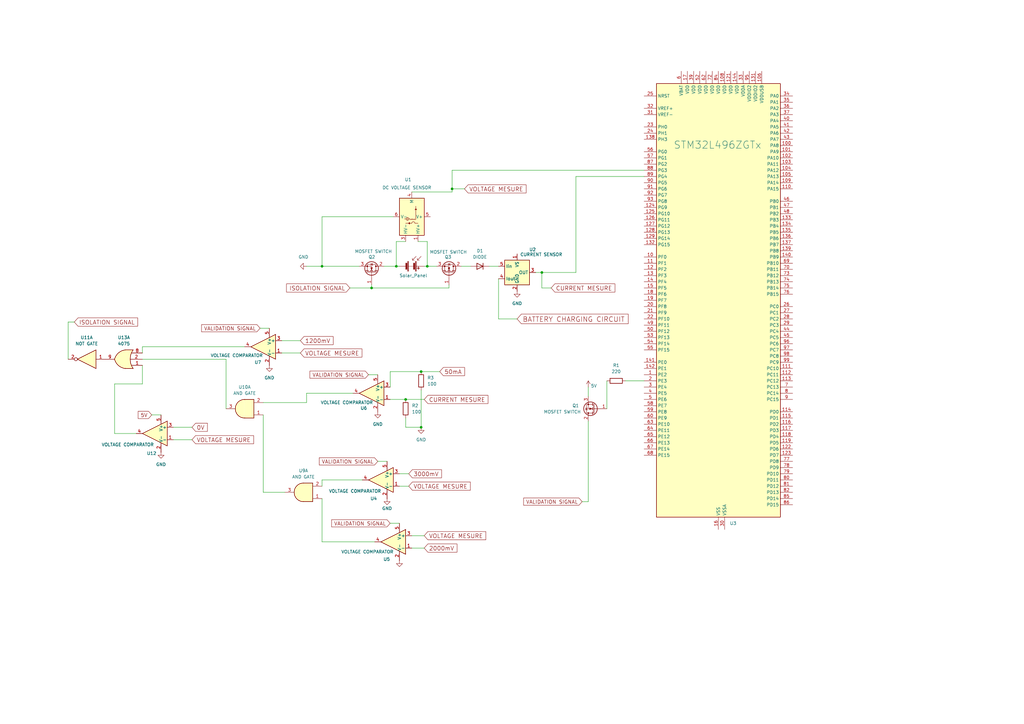
<source format=kicad_sch>
(kicad_sch (version 20250114) (generator "eeschema") (generator_version "9.0")
  (paper "A3")
  (lib_symbols
    (symbol "4xxx:4075" (pin_names (offset 1.016))
      (property "Reference" "U" (at 0 1.27 0))
      (property "Value" "4075" (at 0 -1.27 0))
      (symbol "4075_1_1"
        (arc (start -3.81 3.81) (mid -2.589 0) (end -3.81 -3.81) (stroke (width 0.254)))
        (polyline (pts (xy -3.81 3.81) (xy -0.635 3.81)) (stroke (width 0.254)) (fill (type background)))
        (polyline (pts (xy -3.81 -3.81) (xy -0.635 -3.81)) (stroke (width 0.254)) (fill (type background)))
        (arc (start 3.81 0) (mid 2.1855 -2.584) (end -0.6096 -3.81) (stroke (width 0.254)) (fill (type background)))
        (arc (start -0.6096 3.81) (mid 2.1928 2.5924) (end 3.81 0) (stroke (width 0.254)) (fill (type background)))
        (polyline (pts (xy -0.635 3.81) (xy -3.81 3.81) (xy -3.81 3.81) (xy -3.556 3.4036) (xy -3.0226 2.2606) (xy -2.6924 1.0414) (xy -2.6162 -0.254) (xy -2.7686 -1.4986) (xy -3.175 -2.7178) (xy -3.81 -3.81) (xy -3.81 -3.81) (xy -0.635 -3.81)) (stroke (width -25.4)) (fill (type background)))
        (pin input line (at -7.62 2.54 0) (length 4.318) (name "~") (number "1"))
        (pin input line (at -7.62 0 0) (length 4.953) (name "~") (number "2"))
        (pin input line (at -7.62 -2.54 0) (length 4.318) (name "~") (number "8"))
        (pin output line (at 7.62 0 180) (length 3.81) (name "~") (number "9"))
      )
      (symbol "4075_1_2"
        (arc (start 0 3.81) (mid 3.7934 0) (end 0 -3.81) (stroke (width 0.254)) (fill (type background)))
        (polyline (pts (xy 0 3.81) (xy -3.81 3.81) (xy -3.81 -3.81) (xy 0 -3.81)) (stroke (width 0.254)) (fill (type background)))
        (pin input inverted (at -7.62 2.54 0) (length 3.81) (name "~") (number "1"))
        (pin input inverted (at -7.62 0 0) (length 3.81) (name "~") (number "2"))
        (pin input inverted (at -7.62 -2.54 0) (length 3.81) (name "~") (number "8"))
        (pin output inverted (at 7.62 0 180) (length 3.81) (name "~") (number "9"))
      )
      (symbol "4075_2_1"
        (arc (start -3.81 3.81) (mid -2.589 0) (end -3.81 -3.81) (stroke (width 0.254)))
        (polyline (pts (xy -3.81 3.81) (xy -0.635 3.81)) (stroke (width 0.254)) (fill (type background)))
        (polyline (pts (xy -3.81 -3.81) (xy -0.635 -3.81)) (stroke (width 0.254)) (fill (type background)))
        (arc (start 3.81 0) (mid 2.1855 -2.584) (end -0.6096 -3.81) (stroke (width 0.254)) (fill (type background)))
        (arc (start -0.6096 3.81) (mid 2.1928 2.5924) (end 3.81 0) (stroke (width 0.254)) (fill (type background)))
        (polyline (pts (xy -0.635 3.81) (xy -3.81 3.81) (xy -3.81 3.81) (xy -3.556 3.4036) (xy -3.0226 2.2606) (xy -2.6924 1.0414) (xy -2.6162 -0.254) (xy -2.7686 -1.4986) (xy -3.175 -2.7178) (xy -3.81 -3.81) (xy -3.81 -3.81) (xy -0.635 -3.81)) (stroke (width -25.4)) (fill (type background)))
        (pin input line (at -7.62 2.54 0) (length 4.318) (name "~") (number "3"))
        (pin input line (at -7.62 0 0) (length 4.953) (name "~") (number "4"))
        (pin input line (at -7.62 -2.54 0) (length 4.318) (name "~") (number "5"))
        (pin output line (at 7.62 0 180) (length 3.81) (name "~") (number "6"))
      )
      (symbol "4075_2_2"
        (arc (start 0 3.81) (mid 3.7934 0) (end 0 -3.81) (stroke (width 0.254)) (fill (type background)))
        (polyline (pts (xy 0 3.81) (xy -3.81 3.81) (xy -3.81 -3.81) (xy 0 -3.81)) (stroke (width 0.254)) (fill (type background)))
        (pin input inverted (at -7.62 2.54 0) (length 3.81) (name "~") (number "3"))
        (pin input inverted (at -7.62 0 0) (length 3.81) (name "~") (number "4"))
        (pin input inverted (at -7.62 -2.54 0) (length 3.81) (name "~") (number "5"))
        (pin output inverted (at 7.62 0 180) (length 3.81) (name "~") (number "6"))
      )
      (symbol "4075_3_1"
        (arc (start -3.81 3.81) (mid -2.589 0) (end -3.81 -3.81) (stroke (width 0.254)))
        (polyline (pts (xy -3.81 3.81) (xy -0.635 3.81)) (stroke (width 0.254)) (fill (type background)))
        (polyline (pts (xy -3.81 -3.81) (xy -0.635 -3.81)) (stroke (width 0.254)) (fill (type background)))
        (arc (start 3.81 0) (mid 2.1855 -2.584) (end -0.6096 -3.81) (stroke (width 0.254)) (fill (type background)))
        (arc (start -0.6096 3.81) (mid 2.1928 2.5924) (end 3.81 0) (stroke (width 0.254)) (fill (type background)))
        (polyline (pts (xy -0.635 3.81) (xy -3.81 3.81) (xy -3.81 3.81) (xy -3.556 3.4036) (xy -3.0226 2.2606) (xy -2.6924 1.0414) (xy -2.6162 -0.254) (xy -2.7686 -1.4986) (xy -3.175 -2.7178) (xy -3.81 -3.81) (xy -3.81 -3.81) (xy -0.635 -3.81)) (stroke (width -25.4)) (fill (type background)))
        (pin input line (at -7.62 2.54 0) (length 4.318) (name "~") (number "11"))
        (pin input line (at -7.62 0 0) (length 4.953) (name "~") (number "12"))
        (pin input line (at -7.62 -2.54 0) (length 4.318) (name "~") (number "13"))
        (pin output line (at 7.62 0 180) (length 3.81) (name "~") (number "10"))
      )
      (symbol "4075_3_2"
        (arc (start 0 3.81) (mid 3.7934 0) (end 0 -3.81) (stroke (width 0.254)) (fill (type background)))
        (polyline (pts (xy 0 3.81) (xy -3.81 3.81) (xy -3.81 -3.81) (xy 0 -3.81)) (stroke (width 0.254)) (fill (type background)))
        (pin input inverted (at -7.62 2.54 0) (length 3.81) (name "~") (number "11"))
        (pin input inverted (at -7.62 0 0) (length 3.81) (name "~") (number "12"))
        (pin input inverted (at -7.62 -2.54 0) (length 3.81) (name "~") (number "13"))
        (pin output inverted (at 7.62 0 180) (length 3.81) (name "~") (number "10"))
      )
      (symbol "4075_4_0"
        (pin power_in line (at 0 12.7 270) (length 5.08) (name "VDD") (number "14"))
        (pin power_in line (at 0 -12.7 90) (length 5.08) (name "VSS") (number "7"))
      )
      (symbol "4075_4_1"
        (rectangle (start -5.08 7.62) (end 5.08 -7.62) (stroke (width 0.254)) (fill (type background)))
      )
    )
    (symbol "4xxx:4081" (pin_names (offset 1.016))
      (property "Reference" "U" (at 0 1.27 0))
      (property "Value" "4081" (at 0 -1.27 0))
      (symbol "4081_1_1"
        (arc (start 0 3.81) (mid 3.7934 0) (end 0 -3.81) (stroke (width 0.254)) (fill (type background)))
        (polyline (pts (xy 0 3.81) (xy -3.81 3.81) (xy -3.81 -3.81) (xy 0 -3.81)) (stroke (width 0.254)) (fill (type background)))
        (pin input line (at -7.62 2.54 0) (length 3.81) (name "~") (number "1"))
        (pin input line (at -7.62 -2.54 0) (length 3.81) (name "~") (number "2"))
        (pin output line (at 7.62 0 180) (length 3.81) (name "~") (number "3"))
      )
      (symbol "4081_1_2"
        (arc (start -3.81 3.81) (mid -2.589 0) (end -3.81 -3.81) (stroke (width 0.254)))
        (polyline (pts (xy -3.81 3.81) (xy -0.635 3.81)) (stroke (width 0.254)) (fill (type background)))
        (polyline (pts (xy -3.81 -3.81) (xy -0.635 -3.81)) (stroke (width 0.254)) (fill (type background)))
        (arc (start 3.81 0) (mid 2.1855 -2.584) (end -0.6096 -3.81) (stroke (width 0.254)) (fill (type background)))
        (arc (start -0.6096 3.81) (mid 2.1928 2.5924) (end 3.81 0) (stroke (width 0.254)) (fill (type background)))
        (polyline (pts (xy -0.635 3.81) (xy -3.81 3.81) (xy -3.81 3.81) (xy -3.556 3.4036) (xy -3.0226 2.2606) (xy -2.6924 1.0414) (xy -2.6162 -0.254) (xy -2.7686 -1.4986) (xy -3.175 -2.7178) (xy -3.81 -3.81) (xy -3.81 -3.81) (xy -0.635 -3.81)) (stroke (width -25.4)) (fill (type background)))
        (pin input inverted (at -7.62 2.54 0) (length 4.318) (name "~") (number "1"))
        (pin input inverted (at -7.62 -2.54 0) (length 4.318) (name "~") (number "2"))
        (pin output inverted (at 7.62 0 180) (length 3.81) (name "~") (number "3"))
      )
      (symbol "4081_2_1"
        (arc (start 0 3.81) (mid 3.7934 0) (end 0 -3.81) (stroke (width 0.254)) (fill (type background)))
        (polyline (pts (xy 0 3.81) (xy -3.81 3.81) (xy -3.81 -3.81) (xy 0 -3.81)) (stroke (width 0.254)) (fill (type background)))
        (pin input line (at -7.62 2.54 0) (length 3.81) (name "~") (number "5"))
        (pin input line (at -7.62 -2.54 0) (length 3.81) (name "~") (number "6"))
        (pin output line (at 7.62 0 180) (length 3.81) (name "~") (number "4"))
      )
      (symbol "4081_2_2"
        (arc (start -3.81 3.81) (mid -2.589 0) (end -3.81 -3.81) (stroke (width 0.254)))
        (polyline (pts (xy -3.81 3.81) (xy -0.635 3.81)) (stroke (width 0.254)) (fill (type background)))
        (polyline (pts (xy -3.81 -3.81) (xy -0.635 -3.81)) (stroke (width 0.254)) (fill (type background)))
        (arc (start 3.81 0) (mid 2.1855 -2.584) (end -0.6096 -3.81) (stroke (width 0.254)) (fill (type background)))
        (arc (start -0.6096 3.81) (mid 2.1928 2.5924) (end 3.81 0) (stroke (width 0.254)) (fill (type background)))
        (polyline (pts (xy -0.635 3.81) (xy -3.81 3.81) (xy -3.81 3.81) (xy -3.556 3.4036) (xy -3.0226 2.2606) (xy -2.6924 1.0414) (xy -2.6162 -0.254) (xy -2.7686 -1.4986) (xy -3.175 -2.7178) (xy -3.81 -3.81) (xy -3.81 -3.81) (xy -0.635 -3.81)) (stroke (width -25.4)) (fill (type background)))
        (pin input inverted (at -7.62 2.54 0) (length 4.318) (name "~") (number "5"))
        (pin input inverted (at -7.62 -2.54 0) (length 4.318) (name "~") (number "6"))
        (pin output inverted (at 7.62 0 180) (length 3.81) (name "~") (number "4"))
      )
      (symbol "4081_3_1"
        (arc (start 0 3.81) (mid 3.7934 0) (end 0 -3.81) (stroke (width 0.254)) (fill (type background)))
        (polyline (pts (xy 0 3.81) (xy -3.81 3.81) (xy -3.81 -3.81) (xy 0 -3.81)) (stroke (width 0.254)) (fill (type background)))
        (pin input line (at -7.62 2.54 0) (length 3.81) (name "~") (number "8"))
        (pin input line (at -7.62 -2.54 0) (length 3.81) (name "~") (number "9"))
        (pin output line (at 7.62 0 180) (length 3.81) (name "~") (number "10"))
      )
      (symbol "4081_3_2"
        (arc (start -3.81 3.81) (mid -2.589 0) (end -3.81 -3.81) (stroke (width 0.254)))
        (polyline (pts (xy -3.81 3.81) (xy -0.635 3.81)) (stroke (width 0.254)) (fill (type background)))
        (polyline (pts (xy -3.81 -3.81) (xy -0.635 -3.81)) (stroke (width 0.254)) (fill (type background)))
        (arc (start 3.81 0) (mid 2.1855 -2.584) (end -0.6096 -3.81) (stroke (width 0.254)) (fill (type background)))
        (arc (start -0.6096 3.81) (mid 2.1928 2.5924) (end 3.81 0) (stroke (width 0.254)) (fill (type background)))
        (polyline (pts (xy -0.635 3.81) (xy -3.81 3.81) (xy -3.81 3.81) (xy -3.556 3.4036) (xy -3.0226 2.2606) (xy -2.6924 1.0414) (xy -2.6162 -0.254) (xy -2.7686 -1.4986) (xy -3.175 -2.7178) (xy -3.81 -3.81) (xy -3.81 -3.81) (xy -0.635 -3.81)) (stroke (width -25.4)) (fill (type background)))
        (pin input inverted (at -7.62 2.54 0) (length 4.318) (name "~") (number "8"))
        (pin input inverted (at -7.62 -2.54 0) (length 4.318) (name "~") (number "9"))
        (pin output inverted (at 7.62 0 180) (length 3.81) (name "~") (number "10"))
      )
      (symbol "4081_4_1"
        (arc (start 0 3.81) (mid 3.7934 0) (end 0 -3.81) (stroke (width 0.254)) (fill (type background)))
        (polyline (pts (xy 0 3.81) (xy -3.81 3.81) (xy -3.81 -3.81) (xy 0 -3.81)) (stroke (width 0.254)) (fill (type background)))
        (pin input line (at -7.62 2.54 0) (length 3.81) (name "~") (number "12"))
        (pin input line (at -7.62 -2.54 0) (length 3.81) (name "~") (number "13"))
        (pin output line (at 7.62 0 180) (length 3.81) (name "~") (number "11"))
      )
      (symbol "4081_4_2"
        (arc (start -3.81 3.81) (mid -2.589 0) (end -3.81 -3.81) (stroke (width 0.254)))
        (polyline (pts (xy -3.81 3.81) (xy -0.635 3.81)) (stroke (width 0.254)) (fill (type background)))
        (polyline (pts (xy -3.81 -3.81) (xy -0.635 -3.81)) (stroke (width 0.254)) (fill (type background)))
        (arc (start 3.81 0) (mid 2.1855 -2.584) (end -0.6096 -3.81) (stroke (width 0.254)) (fill (type background)))
        (arc (start -0.6096 3.81) (mid 2.1928 2.5924) (end 3.81 0) (stroke (width 0.254)) (fill (type background)))
        (polyline (pts (xy -0.635 3.81) (xy -3.81 3.81) (xy -3.81 3.81) (xy -3.556 3.4036) (xy -3.0226 2.2606) (xy -2.6924 1.0414) (xy -2.6162 -0.254) (xy -2.7686 -1.4986) (xy -3.175 -2.7178) (xy -3.81 -3.81) (xy -3.81 -3.81) (xy -0.635 -3.81)) (stroke (width -25.4)) (fill (type background)))
        (pin input inverted (at -7.62 2.54 0) (length 4.318) (name "~") (number "12"))
        (pin input inverted (at -7.62 -2.54 0) (length 4.318) (name "~") (number "13"))
        (pin output inverted (at 7.62 0 180) (length 3.81) (name "~") (number "11"))
      )
      (symbol "4081_5_0"
        (pin power_in line (at 0 12.7 270) (length 5.08) (name "VDD") (number "14"))
        (pin power_in line (at 0 -12.7 90) (length 5.08) (name "VSS") (number "7"))
      )
      (symbol "4081_5_1"
        (rectangle (start -5.08 7.62) (end 5.08 -7.62) (stroke (width 0.254)) (fill (type background)))
      )
    )
    (symbol "74xx:74AHC04"
      (property "Reference" "U" (at 0 1.27 0))
      (property "Value" "74AHC04" (at 0 -1.27 0))
      (symbol "74AHC04_1_0"
        (polyline (pts (xy -3.81 3.81) (xy -3.81 -3.81) (xy 3.81 0) (xy -3.81 3.81)) (stroke (width 0.254)) (fill (type background)))
        (pin input line (at -7.62 0 0) (length 3.81) (name "~") (number "1"))
        (pin output inverted (at 7.62 0 180) (length 3.81) (name "~") (number "2"))
      )
      (symbol "74AHC04_2_0"
        (polyline (pts (xy -3.81 3.81) (xy -3.81 -3.81) (xy 3.81 0) (xy -3.81 3.81)) (stroke (width 0.254)) (fill (type background)))
        (pin input line (at -7.62 0 0) (length 3.81) (name "~") (number "3"))
        (pin output inverted (at 7.62 0 180) (length 3.81) (name "~") (number "4"))
      )
      (symbol "74AHC04_3_0"
        (polyline (pts (xy -3.81 3.81) (xy -3.81 -3.81) (xy 3.81 0) (xy -3.81 3.81)) (stroke (width 0.254)) (fill (type background)))
        (pin input line (at -7.62 0 0) (length 3.81) (name "~") (number "5"))
        (pin output inverted (at 7.62 0 180) (length 3.81) (name "~") (number "6"))
      )
      (symbol "74AHC04_4_0"
        (polyline (pts (xy -3.81 3.81) (xy -3.81 -3.81) (xy 3.81 0) (xy -3.81 3.81)) (stroke (width 0.254)) (fill (type background)))
        (pin input line (at -7.62 0 0) (length 3.81) (name "~") (number "9"))
        (pin output inverted (at 7.62 0 180) (length 3.81) (name "~") (number "8"))
      )
      (symbol "74AHC04_5_0"
        (polyline (pts (xy -3.81 3.81) (xy -3.81 -3.81) (xy 3.81 0) (xy -3.81 3.81)) (stroke (width 0.254)) (fill (type background)))
        (pin input line (at -7.62 0 0) (length 3.81) (name "~") (number "11"))
        (pin output inverted (at 7.62 0 180) (length 3.81) (name "~") (number "10"))
      )
      (symbol "74AHC04_6_0"
        (polyline (pts (xy -3.81 3.81) (xy -3.81 -3.81) (xy 3.81 0) (xy -3.81 3.81)) (stroke (width 0.254)) (fill (type background)))
        (pin input line (at -7.62 0 0) (length 3.81) (name "~") (number "13"))
        (pin output inverted (at 7.62 0 180) (length 3.81) (name "~") (number "12"))
      )
      (symbol "74AHC04_7_0"
        (pin power_in line (at 0 12.7 270) (length 5.08) (name "VCC") (number "14"))
        (pin power_in line (at 0 -12.7 90) (length 5.08) (name "GND") (number "7"))
      )
      (symbol "74AHC04_7_1"
        (rectangle (start -5.08 7.62) (end 5.08 -7.62) (stroke (width 0.254)) (fill (type background)))
      )
    )
    (symbol "Comparator:LM397" (pin_names (offset 0.127))
      (property "Reference" "U" (at 1.27 5.08 0))
      (property "Value" "LM397" (at 3.81 -5.08 0))
      (symbol "LM397_0_1"
        (polyline (pts (xy -5.08 5.08) (xy 5.08 0) (xy -5.08 -5.08) (xy -5.08 5.08)) (stroke (width 0.254)) (fill (type background)))
      )
      (symbol "LM397_1_1"
        (pin input line (at -7.62 2.54 0) (length 2.54) (name "+") (number "3"))
        (pin input line (at -7.62 -2.54 0) (length 2.54) (name "-") (number "1"))
        (pin power_in line (at -2.54 7.62 270) (length 3.81) (name "V+") (number "5"))
        (pin power_in line (at -2.54 -7.62 90) (length 3.81) (name "V-") (number "2"))
        (pin open_collector line (at 7.62 0 180) (length 2.54) (name "~") (number "4"))
      )
    )
    (symbol "Device:R" (pin_numbers (hide yes)) (pin_names (offset 0))
      (property "Reference" "R" (at 2.032 0 90))
      (property "Value" "R" (at 0 0 90))
      (symbol "R_0_1"
        (rectangle (start -1.016 -2.54) (end 1.016 2.54) (stroke (width 0.254)))
      )
      (symbol "R_1_1"
        (pin passive line (at 0 3.81 270) (length 1.27) (name "~") (number "1"))
        (pin passive line (at 0 -3.81 90) (length 1.27) (name "~") (number "2"))
      )
    )
    (symbol "Device:Solar_Cells" (pin_numbers (hide yes)) (pin_names (offset 0) (hide yes))
      (property "Reference" "SC" (at 2.54 2.54 0))
      (property "Value" "Solar_Cells" (at 2.54 0 0))
      (symbol "Solar_Cells_0_1"
        (polyline (pts (xy -2.54 3.048) (xy -2.54 2.286) (xy -3.302 2.286)))
        (polyline (pts (xy -2.54 2.286) (xy -4.064 3.81)))
        (polyline (pts (xy -2.54 1.016) (xy -2.54 0.254) (xy -3.302 0.254)))
        (polyline (pts (xy -2.54 0.254) (xy -4.064 1.778)))
        (rectangle (start -2.032 1.778) (end 2.032 1.524) (fill (type outline)))
        (rectangle (start -2.032 -1.397) (end 2.032 -1.651) (fill (type outline)))
        (rectangle (start -1.3208 1.1938) (end 1.27 0.6858) (fill (type outline)))
        (rectangle (start -1.3208 -1.9812) (end 1.27 -2.4892) (fill (type outline)))
        (polyline (pts (xy 0 1.778) (xy 0 2.54)))
        (polyline (pts (xy 0 0.508) (xy 0 0.762)))
        (polyline (pts (xy 0 0) (xy 0 0.254)))
        (polyline (pts (xy 0 -0.508) (xy 0 -0.254)))
        (polyline (pts (xy 0 -1.016) (xy 0 -0.762)))
        (polyline (pts (xy 0 -1.524) (xy 0 -1.27)))
        (polyline (pts (xy 0.254 2.667) (xy 1.27 2.667)) (stroke (width 0.254)))
        (polyline (pts (xy 0.762 3.175) (xy 0.762 2.159)) (stroke (width 0.254)))
      )
      (symbol "Solar_Cells_1_1"
        (pin passive line (at 0 5.08 270) (length 2.54) (name "+") (number "1"))
        (pin passive line (at 0 -5.08 90) (length 2.54) (name "-") (number "2"))
      )
    )
    (symbol "Diode:1N4148WT" (pin_numbers (hide yes)) (pin_names (hide yes))
      (property "Reference" "D" (at 0 2.54 0))
      (property "Value" "1N4148WT" (at 0 -2.54 0))
      (symbol "1N4148WT_0_1"
        (polyline (pts (xy -1.27 1.27) (xy -1.27 -1.27)) (stroke (width 0.254)))
        (polyline (pts (xy 1.27 1.27) (xy 1.27 -1.27) (xy -1.27 0) (xy 1.27 1.27)) (stroke (width 0.254)))
        (polyline (pts (xy 1.27 0) (xy -1.27 0)))
      )
      (symbol "1N4148WT_1_1"
        (pin passive line (at -3.81 0 0) (length 2.54) (name "K") (number "1"))
        (pin passive line (at 3.81 0 180) (length 2.54) (name "A") (number "2"))
      )
    )
    (symbol "MCU_ST_STM32L4:STM32L496ZGTx"
      (property "Reference" "U" (at -25.4 90.17 0))
      (property "Value" "STM32L496ZGTx" (at 20.32 90.17 0))
      (symbol "STM32L496ZGTx_0_1"
        (rectangle (start -25.4 -88.9) (end 25.4 88.9) (stroke (width 0.254)) (fill (type background)))
      )
      (symbol "STM32L496ZGTx_1_1"
        (pin input line (at -30.48 83.82 0) (length 5.08) (name "NRST") (number "25"))
        (pin input line (at -30.48 78.74 0) (length 5.08) (name "VREF+") (number "32"))
        (pin input line (at -30.48 76.2 0) (length 5.08) (name "VREF-") (number "31"))
        (pin bidirectional line (at -30.48 71.12 0) (length 5.08) (name "PH0") (number "23"))
        (pin bidirectional line (at -30.48 68.58 0) (length 5.08) (name "PH1") (number "24"))
        (pin bidirectional line (at -30.48 66.04 0) (length 5.08) (name "PH3") (number "138"))
        (pin bidirectional line (at -30.48 60.96 0) (length 5.08) (name "PG0") (number "56"))
        (pin bidirectional line (at -30.48 58.42 0) (length 5.08) (name "PG1") (number "57"))
        (pin bidirectional line (at -30.48 55.88 0) (length 5.08) (name "PG2") (number "87"))
        (pin bidirectional line (at -30.48 53.34 0) (length 5.08) (name "PG3") (number "88"))
        (pin bidirectional line (at -30.48 50.8 0) (length 5.08) (name "PG4") (number "89"))
        (pin bidirectional line (at -30.48 48.26 0) (length 5.08) (name "PG5") (number "90"))
        (pin bidirectional line (at -30.48 45.72 0) (length 5.08) (name "PG6") (number "91"))
        (pin bidirectional line (at -30.48 43.18 0) (length 5.08) (name "PG7") (number "92"))
        (pin bidirectional line (at -30.48 40.64 0) (length 5.08) (name "PG8") (number "93"))
        (pin bidirectional line (at -30.48 38.1 0) (length 5.08) (name "PG9") (number "124"))
        (pin bidirectional line (at -30.48 35.56 0) (length 5.08) (name "PG10") (number "125"))
        (pin bidirectional line (at -30.48 33.02 0) (length 5.08) (name "PG11") (number "126"))
        (pin bidirectional line (at -30.48 30.48 0) (length 5.08) (name "PG12") (number "127"))
        (pin bidirectional line (at -30.48 27.94 0) (length 5.08) (name "PG13") (number "128"))
        (pin bidirectional line (at -30.48 25.4 0) (length 5.08) (name "PG14") (number "129"))
        (pin bidirectional line (at -30.48 22.86 0) (length 5.08) (name "PG15") (number "132"))
        (pin bidirectional line (at -30.48 17.78 0) (length 5.08) (name "PF0") (number "10"))
        (pin bidirectional line (at -30.48 15.24 0) (length 5.08) (name "PF1") (number "11"))
        (pin bidirectional line (at -30.48 12.7 0) (length 5.08) (name "PF2") (number "12"))
        (pin bidirectional line (at -30.48 10.16 0) (length 5.08) (name "PF3") (number "13"))
        (pin bidirectional line (at -30.48 7.62 0) (length 5.08) (name "PF4") (number "14"))
        (pin bidirectional line (at -30.48 5.08 0) (length 5.08) (name "PF5") (number "15"))
        (pin bidirectional line (at -30.48 2.54 0) (length 5.08) (name "PF6") (number "18"))
        (pin bidirectional line (at -30.48 0 0) (length 5.08) (name "PF7") (number "19"))
        (pin bidirectional line (at -30.48 -2.54 0) (length 5.08) (name "PF8") (number "20"))
        (pin bidirectional line (at -30.48 -5.08 0) (length 5.08) (name "PF9") (number "21"))
        (pin bidirectional line (at -30.48 -7.62 0) (length 5.08) (name "PF10") (number "22"))
        (pin bidirectional line (at -30.48 -10.16 0) (length 5.08) (name "PF11") (number "49"))
        (pin bidirectional line (at -30.48 -12.7 0) (length 5.08) (name "PF12") (number "50"))
        (pin bidirectional line (at -30.48 -15.24 0) (length 5.08) (name "PF13") (number "53"))
        (pin bidirectional line (at -30.48 -17.78 0) (length 5.08) (name "PF14") (number "54"))
        (pin bidirectional line (at -30.48 -20.32 0) (length 5.08) (name "PF15") (number "55"))
        (pin bidirectional line (at -30.48 -25.4 0) (length 5.08) (name "PE0") (number "141"))
        (pin bidirectional line (at -30.48 -27.94 0) (length 5.08) (name "PE1") (number "142"))
        (pin bidirectional line (at -30.48 -30.48 0) (length 5.08) (name "PE2") (number "1"))
        (pin bidirectional line (at -30.48 -33.02 0) (length 5.08) (name "PE3") (number "2"))
        (pin bidirectional line (at -30.48 -35.56 0) (length 5.08) (name "PE4") (number "3"))
        (pin bidirectional line (at -30.48 -38.1 0) (length 5.08) (name "PE5") (number "4"))
        (pin bidirectional line (at -30.48 -40.64 0) (length 5.08) (name "PE6") (number "5"))
        (pin bidirectional line (at -30.48 -43.18 0) (length 5.08) (name "PE7") (number "58"))
        (pin bidirectional line (at -30.48 -45.72 0) (length 5.08) (name "PE8") (number "59"))
        (pin bidirectional line (at -30.48 -48.26 0) (length 5.08) (name "PE9") (number "60"))
        (pin bidirectional line (at -30.48 -50.8 0) (length 5.08) (name "PE10") (number "63"))
        (pin bidirectional line (at -30.48 -53.34 0) (length 5.08) (name "PE11") (number "64"))
        (pin bidirectional line (at -30.48 -55.88 0) (length 5.08) (name "PE12") (number "65"))
        (pin bidirectional line (at -30.48 -58.42 0) (length 5.08) (name "PE13") (number "66"))
        (pin bidirectional line (at -30.48 -60.96 0) (length 5.08) (name "PE14") (number "67"))
        (pin bidirectional line (at -30.48 -63.5 0) (length 5.08) (name "PE15") (number "68"))
        (pin power_in line (at -15.24 93.98 270) (length 5.08) (name "VBAT") (number "6"))
        (pin power_in line (at -12.7 93.98 270) (length 5.08) (name "VDD") (number "17"))
        (pin power_in line (at -10.16 93.98 270) (length 5.08) (name "VDD") (number "39"))
        (pin power_in line (at -7.62 93.98 270) (length 5.08) (name "VDD") (number "52"))
        (pin power_in line (at -5.08 93.98 270) (length 5.08) (name "VDD") (number "62"))
        (pin power_in line (at -2.54 93.98 270) (length 5.08) (name "VDD") (number "72"))
        (pin power_in line (at 0 93.98 270) (length 5.08) (name "VDD") (number "84"))
        (pin passive line (at 0 -93.98 90) (length 5.08) (hide yes) (name "VSS") (number "107"))
        (pin passive line (at 0 -93.98 90) (length 5.08) (hide yes) (name "VSS") (number "120"))
        (pin passive line (at 0 -93.98 90) (length 5.08) (hide yes) (name "VSS") (number "130"))
        (pin passive line (at 0 -93.98 90) (length 5.08) (hide yes) (name "VSS") (number "143"))
        (pin power_in line (at 0 -93.98 90) (length 5.08) (name "VSS") (number "16"))
        (pin passive line (at 0 -93.98 90) (length 5.08) (hide yes) (name "VSS") (number "38"))
        (pin passive line (at 0 -93.98 90) (length 5.08) (hide yes) (name "VSS") (number "51"))
        (pin passive line (at 0 -93.98 90) (length 5.08) (hide yes) (name "VSS") (number "61"))
        (pin passive line (at 0 -93.98 90) (length 5.08) (hide yes) (name "VSS") (number "71"))
        (pin passive line (at 0 -93.98 90) (length 5.08) (hide yes) (name "VSS") (number "83"))
        (pin passive line (at 0 -93.98 90) (length 5.08) (hide yes) (name "VSS") (number "94"))
        (pin power_in line (at 2.54 93.98 270) (length 5.08) (name "VDD") (number "108"))
        (pin power_in line (at 2.54 -93.98 90) (length 5.08) (name "VSSA") (number "30"))
        (pin power_in line (at 5.08 93.98 270) (length 5.08) (name "VDD") (number "121"))
        (pin power_in line (at 7.62 93.98 270) (length 5.08) (name "VDD") (number "144"))
        (pin power_in line (at 10.16 93.98 270) (length 5.08) (name "VDDA") (number "33"))
        (pin power_in line (at 12.7 93.98 270) (length 5.08) (name "VDDIO2") (number "95"))
        (pin power_in line (at 15.24 93.98 270) (length 5.08) (name "VDDIO2") (number "131"))
        (pin power_in line (at 17.78 93.98 270) (length 5.08) (name "VDDUSB") (number "106"))
        (pin bidirectional line (at 30.48 83.82 180) (length 5.08) (name "PA0") (number "34"))
        (pin bidirectional line (at 30.48 81.28 180) (length 5.08) (name "PA1") (number "35"))
        (pin bidirectional line (at 30.48 78.74 180) (length 5.08) (name "PA2") (number "36"))
        (pin bidirectional line (at 30.48 76.2 180) (length 5.08) (name "PA3") (number "37"))
        (pin bidirectional line (at 30.48 73.66 180) (length 5.08) (name "PA4") (number "40"))
        (pin bidirectional line (at 30.48 71.12 180) (length 5.08) (name "PA5") (number "41"))
        (pin bidirectional line (at 30.48 68.58 180) (length 5.08) (name "PA6") (number "42"))
        (pin bidirectional line (at 30.48 66.04 180) (length 5.08) (name "PA7") (number "43"))
        (pin bidirectional line (at 30.48 63.5 180) (length 5.08) (name "PA8") (number "100"))
        (pin bidirectional line (at 30.48 60.96 180) (length 5.08) (name "PA9") (number "101"))
        (pin bidirectional line (at 30.48 58.42 180) (length 5.08) (name "PA10") (number "102"))
        (pin bidirectional line (at 30.48 55.88 180) (length 5.08) (name "PA11") (number "103"))
        (pin bidirectional line (at 30.48 53.34 180) (length 5.08) (name "PA12") (number "104"))
        (pin bidirectional line (at 30.48 50.8 180) (length 5.08) (name "PA13") (number "105"))
        (pin bidirectional line (at 30.48 48.26 180) (length 5.08) (name "PA14") (number "109"))
        (pin bidirectional line (at 30.48 45.72 180) (length 5.08) (name "PA15") (number "110"))
        (pin bidirectional line (at 30.48 40.64 180) (length 5.08) (name "PB0") (number "46"))
        (pin bidirectional line (at 30.48 38.1 180) (length 5.08) (name "PB1") (number "47"))
        (pin bidirectional line (at 30.48 35.56 180) (length 5.08) (name "PB2") (number "48"))
        (pin bidirectional line (at 30.48 33.02 180) (length 5.08) (name "PB3") (number "133"))
        (pin bidirectional line (at 30.48 30.48 180) (length 5.08) (name "PB4") (number "134"))
        (pin bidirectional line (at 30.48 27.94 180) (length 5.08) (name "PB5") (number "135"))
        (pin bidirectional line (at 30.48 25.4 180) (length 5.08) (name "PB6") (number "136"))
        (pin bidirectional line (at 30.48 22.86 180) (length 5.08) (name "PB7") (number "137"))
        (pin bidirectional line (at 30.48 20.32 180) (length 5.08) (name "PB8") (number "139"))
        (pin bidirectional line (at 30.48 17.78 180) (length 5.08) (name "PB9") (number "140"))
        (pin bidirectional line (at 30.48 15.24 180) (length 5.08) (name "PB10") (number "69"))
        (pin bidirectional line (at 30.48 12.7 180) (length 5.08) (name "PB11") (number "70"))
        (pin bidirectional line (at 30.48 10.16 180) (length 5.08) (name "PB12") (number "73"))
        (pin bidirectional line (at 30.48 7.62 180) (length 5.08) (name "PB13") (number "74"))
        (pin bidirectional line (at 30.48 5.08 180) (length 5.08) (name "PB14") (number "75"))
        (pin bidirectional line (at 30.48 2.54 180) (length 5.08) (name "PB15") (number "76"))
        (pin bidirectional line (at 30.48 -2.54 180) (length 5.08) (name "PC0") (number "26"))
        (pin bidirectional line (at 30.48 -5.08 180) (length 5.08) (name "PC1") (number "27"))
        (pin bidirectional line (at 30.48 -7.62 180) (length 5.08) (name "PC2") (number "28"))
        (pin bidirectional line (at 30.48 -10.16 180) (length 5.08) (name "PC3") (number "29"))
        (pin bidirectional line (at 30.48 -12.7 180) (length 5.08) (name "PC4") (number "44"))
        (pin bidirectional line (at 30.48 -15.24 180) (length 5.08) (name "PC5") (number "45"))
        (pin bidirectional line (at 30.48 -17.78 180) (length 5.08) (name "PC6") (number "96"))
        (pin bidirectional line (at 30.48 -20.32 180) (length 5.08) (name "PC7") (number "97"))
        (pin bidirectional line (at 30.48 -22.86 180) (length 5.08) (name "PC8") (number "98"))
        (pin bidirectional line (at 30.48 -25.4 180) (length 5.08) (name "PC9") (number "99"))
        (pin bidirectional line (at 30.48 -27.94 180) (length 5.08) (name "PC10") (number "111"))
        (pin bidirectional line (at 30.48 -30.48 180) (length 5.08) (name "PC11") (number "112"))
        (pin bidirectional line (at 30.48 -33.02 180) (length 5.08) (name "PC12") (number "113"))
        (pin bidirectional line (at 30.48 -35.56 180) (length 5.08) (name "PC13") (number "7"))
        (pin bidirectional line (at 30.48 -38.1 180) (length 5.08) (name "PC14") (number "8"))
        (pin bidirectional line (at 30.48 -40.64 180) (length 5.08) (name "PC15") (number "9"))
        (pin bidirectional line (at 30.48 -45.72 180) (length 5.08) (name "PD0") (number "114"))
        (pin bidirectional line (at 30.48 -48.26 180) (length 5.08) (name "PD1") (number "115"))
        (pin bidirectional line (at 30.48 -50.8 180) (length 5.08) (name "PD2") (number "116"))
        (pin bidirectional line (at 30.48 -53.34 180) (length 5.08) (name "PD3") (number "117"))
        (pin bidirectional line (at 30.48 -55.88 180) (length 5.08) (name "PD4") (number "118"))
        (pin bidirectional line (at 30.48 -58.42 180) (length 5.08) (name "PD5") (number "119"))
        (pin bidirectional line (at 30.48 -60.96 180) (length 5.08) (name "PD6") (number "122"))
        (pin bidirectional line (at 30.48 -63.5 180) (length 5.08) (name "PD7") (number "123"))
        (pin bidirectional line (at 30.48 -66.04 180) (length 5.08) (name "PD8") (number "77"))
        (pin bidirectional line (at 30.48 -68.58 180) (length 5.08) (name "PD9") (number "78"))
        (pin bidirectional line (at 30.48 -71.12 180) (length 5.08) (name "PD10") (number "79"))
        (pin bidirectional line (at 30.48 -73.66 180) (length 5.08) (name "PD11") (number "80"))
        (pin bidirectional line (at 30.48 -76.2 180) (length 5.08) (name "PD12") (number "81"))
        (pin bidirectional line (at 30.48 -78.74 180) (length 5.08) (name "PD13") (number "82"))
        (pin bidirectional line (at 30.48 -81.28 180) (length 5.08) (name "PD14") (number "85"))
        (pin bidirectional line (at 30.48 -83.82 180) (length 5.08) (name "PD15") (number "86"))
      )
    )
    (symbol "Sensor_Current:CSLW6B1"
      (property "Reference" "U" (at -3.81 6.35 0))
      (property "Value" "CSLW6B1" (at 5.08 6.35 0))
      (symbol "CSLW6B1_0_1"
        (rectangle (start -5.08 5.08) (end 5.08 -5.08) (stroke (width 0.254)) (fill (type background)))
      )
      (symbol "CSLW6B1_1_1"
        (pin passive line (at -7.62 2.54 0) (length 2.54) (name "Iin") (number "5"))
        (pin passive line (at -7.62 -2.54 0) (length 2.54) (name "Iout") (number "4"))
        (pin power_in line (at 0 7.62 270) (length 2.54) (name "VS") (number "1"))
        (pin power_in line (at 0 -7.62 90) (length 2.54) (name "GND") (number "2"))
        (pin output line (at 7.62 0 180) (length 2.54) (name "OUT") (number "3"))
      )
    )
    (symbol "Sensor_Voltage:LV25-P"
      (property "Reference" "U" (at -6.35 6.35 0))
      (property "Value" "LV25-P" (at 5.08 6.35 0))
      (symbol "LV25-P_0_1"
        (polyline (pts (xy -2.921 -0.889) (xy -2.286 -0.889) (xy -2.667 -1.397) (xy -3.048 -0.889)) (fill (type outline)))
        (arc (start -2.667 1.27) (mid -2.0347 0.635) (end -2.667 0))
        (polyline (pts (xy -2.667 2.54) (xy -2.667 1.27)))
        (polyline (pts (xy -2.667 0) (xy -2.667 -2.54)))
        (polyline (pts (xy -1.397 -1.778) (xy -0.381 -1.778)))
        (polyline (pts (xy -0.889 1.651) (xy 4.318 1.651)))
        (polyline (pts (xy -0.889 -1.143) (xy -0.889 -0.762)))
        (circle (center -0.889 -1.778) (radius 0.5588))
        (polyline (pts (xy -0.889 -2.413) (xy -0.889 -3.048)))
        (arc (start -0.889 -0.127) (mid -1.1419 0.127) (end -0.889 0.381))
        (arc (start -0.889 1.016) (mid -1.1941 1.3335) (end -0.889 1.651))
        (arc (start -0.889 0.381) (mid -1.1941 0.6985) (end -0.889 1.016))
        (arc (start -0.889 -0.762) (mid -1.1941 -0.4445) (end -0.889 -0.127))
        (polyline (pts (xy 3.302 1.651) (xy 2.921 2.032) (xy 2.921 1.27) (xy 3.302 1.651)) (fill (type outline)))
        (rectangle (start 7.62 -5.08) (end -7.62 5.08) (stroke (width 0.254)) (fill (type background)))
      )
      (symbol "LV25-P_1_1"
        (pin input line (at -10.16 2.54 0) (length 2.54) (name "HV+") (number "1"))
        (pin input line (at -10.16 -2.54 0) (length 2.54) (name "HV-") (number "3"))
        (pin power_in line (at 0 7.62 270) (length 2.54) (name "V+") (number "5"))
        (pin power_in line (at 0 -7.62 90) (length 2.54) (name "V-") (number "6"))
        (pin output line (at 10.16 0 180) (length 2.54) (name "M") (number "4"))
      )
    )
    (symbol "Transistor_FET:IRF540N" (pin_names (hide yes))
      (property "Reference" "Q" (at 5.08 1.905 0))
      (property "Value" "IRF540N" (at 5.08 0 0))
      (symbol "IRF540N_0_1"
        (polyline (pts (xy 0.254 1.905) (xy 0.254 -1.905)) (stroke (width 0.254)))
        (polyline (pts (xy 0.254 0) (xy -2.54 0)))
        (polyline (pts (xy 0.762 2.286) (xy 0.762 1.27)) (stroke (width 0.254)))
        (polyline (pts (xy 0.762 0.508) (xy 0.762 -0.508)) (stroke (width 0.254)))
        (polyline (pts (xy 0.762 -1.27) (xy 0.762 -2.286)) (stroke (width 0.254)))
        (polyline (pts (xy 0.762 -1.778) (xy 3.302 -1.778) (xy 3.302 1.778) (xy 0.762 1.778)))
        (polyline (pts (xy 1.016 0) (xy 2.032 0.381) (xy 2.032 -0.381) (xy 1.016 0)) (fill (type outline)))
        (circle (center 1.651 0) (radius 2.794) (stroke (width 0.254)))
        (polyline (pts (xy 2.54 2.54) (xy 2.54 1.778)))
        (circle (center 2.54 1.778) (radius 0.254) (fill (type outline)))
        (circle (center 2.54 -1.778) (radius 0.254) (fill (type outline)))
        (polyline (pts (xy 2.54 -2.54) (xy 2.54 0) (xy 0.762 0)))
        (polyline (pts (xy 2.794 0.508) (xy 2.921 0.381) (xy 3.683 0.381) (xy 3.81 0.254)))
        (polyline (pts (xy 3.302 0.381) (xy 2.921 -0.254) (xy 3.683 -0.254) (xy 3.302 0.381)))
      )
      (symbol "IRF540N_1_1"
        (pin input line (at -5.08 0 0) (length 2.54) (name "G") (number "1"))
        (pin passive line (at 2.54 5.08 270) (length 2.54) (name "D") (number "2"))
        (pin passive line (at 2.54 -5.08 90) (length 2.54) (name "S") (number "3"))
      )
    )
    (symbol "power:GND" (power) (pin_numbers (hide yes)) (pin_names (offset 0) (hide yes))
      (property "Value" "GND" (at 0 -3.81 0))
      (symbol "GND_0_1"
        (polyline (pts (xy 0 0) (xy 0 -1.27) (xy 1.27 -1.27) (xy 0 -2.54) (xy -1.27 -1.27) (xy 0 -1.27)))
      )
      (symbol "GND_1_1"
        (pin power_in line (at 0 0 270) (length 0) (name "~") (number "1"))
      )
    )
    (symbol "power:VCC" (power) (pin_numbers (hide yes)) (pin_names (offset 0) (hide yes))
      (property "Value" "VCC" (at 0 3.556 0))
      (symbol "VCC_0_1"
        (polyline (pts (xy -0.762 1.27) (xy 0 2.54)))
        (polyline (pts (xy 0 2.54) (xy 0.762 1.27)))
        (polyline (pts (xy 0 0) (xy 0 2.54)))
      )
      (symbol "VCC_1_1"
        (pin power_in line (at 0 0 90) (length 0) (name "~") (number "1"))
      )
    )
  )
  (junction (at 172.72 152.4))
  (junction (at 166.37 163.83))
  (junction (at 175.26 109.22))
  (junction (at 172.72 175.26))
  (junction (at 222.25 111.76))
  (junction (at 162.56 109.22))
  (junction (at 152.4 118.11))
  (junction (at 185.42 77.47))
  (junction (at 132.08 109.22))
  (wire (pts (xy 222.25 111.76) (xy 222.25 118.11)))
  (wire (pts (xy 27.94 147.32) (xy 27.94 132.08)))
  (wire (pts (xy 132.08 109.22) (xy 147.32 109.22)))
  (wire (pts (xy 166.37 175.26) (xy 172.72 175.26)))
  (wire (pts (xy 166.37 99.06) (xy 162.56 99.06)))
  (wire (pts (xy 175.26 99.06) (xy 175.26 109.22)))
  (wire (pts (xy 160.02 158.75) (xy 160.02 152.4)))
  (wire (pts (xy 115.57 139.7) (xy 123.19 139.7)))
  (wire (pts (xy 27.94 132.08) (xy 30.48 132.08)))
  (wire (pts (xy 107.95 201.93) (xy 107.95 170.18)))
  (wire (pts (xy 151.13 153.67) (xy 154.94 153.67)))
  (wire (pts (xy 92.71 147.32) (xy 92.71 167.64)))
  (wire (pts (xy 92.71 147.32) (xy 58.42 147.32)))
  (wire (pts (xy 173.99 109.22) (xy 175.26 109.22)))
  (wire (pts (xy 168.91 219.71) (xy 173.99 219.71)))
  (wire (pts (xy 125.73 165.1) (xy 107.95 165.1)))
  (wire (pts (xy 166.37 171.45) (xy 166.37 175.26)))
  (wire (pts (xy 46.99 157.48) (xy 58.42 157.48)))
  (wire (pts (xy 100.33 142.24) (xy 58.42 142.24)))
  (wire (pts (xy 219.71 111.76) (xy 222.25 111.76)))
  (wire (pts (xy 204.47 109.22) (xy 200.66 109.22)))
  (wire (pts (xy 241.3 172.72) (xy 241.3 205.74)))
  (wire (pts (xy 152.4 118.11) (xy 152.4 116.84)))
  (wire (pts (xy 62.23 170.18) (xy 66.04 170.18)))
  (wire (pts (xy 116.84 201.93) (xy 107.95 201.93)))
  (wire (pts (xy 185.42 78.74) (xy 185.42 77.47)))
  (wire (pts (xy 168.91 224.79) (xy 173.99 224.79)))
  (wire (pts (xy 160.02 163.83) (xy 166.37 163.83)))
  (wire (pts (xy 163.83 194.31) (xy 167.64 194.31)))
  (wire (pts (xy 172.72 160.02) (xy 172.72 175.26)))
  (wire (pts (xy 148.59 196.85) (xy 132.08 196.85)))
  (wire (pts (xy 55.88 177.8) (xy 46.99 177.8)))
  (wire (pts (xy 58.42 157.48) (xy 58.42 149.86)))
  (wire (pts (xy 162.56 99.06) (xy 162.56 109.22)))
  (wire (pts (xy 154.94 189.23) (xy 158.75 189.23)))
  (wire (pts (xy 71.12 175.26) (xy 78.74 175.26)))
  (wire (pts (xy 222.25 111.76) (xy 236.22 111.76)))
  (wire (pts (xy 241.3 205.74) (xy 238.76 205.74)))
  (wire (pts (xy 248.92 156.21) (xy 248.92 167.64)))
  (wire (pts (xy 143.51 118.11) (xy 152.4 118.11)))
  (wire (pts (xy 160.02 152.4) (xy 172.72 152.4)))
  (wire (pts (xy 125.73 161.29) (xy 125.73 165.1)))
  (wire (pts (xy 115.57 144.78) (xy 123.19 144.78)))
  (wire (pts (xy 132.08 88.9) (xy 132.08 109.22)))
  (wire (pts (xy 106.68 134.62) (xy 110.49 134.62)))
  (wire (pts (xy 175.26 109.22) (xy 179.07 109.22)))
  (wire (pts (xy 184.15 118.11) (xy 152.4 118.11)))
  (wire (pts (xy 264.16 156.21) (xy 256.54 156.21)))
  (wire (pts (xy 185.42 77.47) (xy 185.42 69.85)))
  (wire (pts (xy 241.3 158.75) (xy 241.3 162.56)))
  (wire (pts (xy 46.99 177.8) (xy 46.99 157.48)))
  (wire (pts (xy 204.47 114.3) (xy 204.47 130.81)))
  (wire (pts (xy 132.08 88.9) (xy 161.29 88.9)))
  (wire (pts (xy 185.42 77.47) (xy 190.5 77.47)))
  (wire (pts (xy 125.73 109.22) (xy 132.08 109.22)))
  (wire (pts (xy 172.72 152.4) (xy 180.34 152.4)))
  (wire (pts (xy 171.45 99.06) (xy 175.26 99.06)))
  (wire (pts (xy 71.12 180.34) (xy 78.74 180.34)))
  (wire (pts (xy 144.78 161.29) (xy 125.73 161.29)))
  (wire (pts (xy 236.22 72.39) (xy 264.16 72.39)))
  (wire (pts (xy 58.42 142.24) (xy 58.42 144.78)))
  (wire (pts (xy 236.22 111.76) (xy 236.22 72.39)))
  (wire (pts (xy 132.08 222.25) (xy 153.67 222.25)))
  (wire (pts (xy 226.06 118.11) (xy 222.25 118.11)))
  (wire (pts (xy 185.42 69.85) (xy 264.16 69.85)))
  (wire (pts (xy 163.83 199.39) (xy 167.64 199.39)))
  (wire (pts (xy 132.08 196.85) (xy 132.08 199.39)))
  (wire (pts (xy 160.02 214.63) (xy 163.83 214.63)))
  (wire (pts (xy 162.56 109.22) (xy 163.83 109.22)))
  (wire (pts (xy 168.91 78.74) (xy 185.42 78.74)))
  (wire (pts (xy 166.37 163.83) (xy 173.99 163.83)))
  (wire (pts (xy 157.48 109.22) (xy 162.56 109.22)))
  (wire (pts (xy 212.09 130.81) (xy 204.47 130.81)))
  (wire (pts (xy 184.15 116.84) (xy 184.15 118.11)))
  (wire (pts (xy 132.08 222.25) (xy 132.08 204.47)))
  (wire (pts (xy 189.23 109.22) (xy 193.04 109.22)))
  (global_label "VOLTAGE MESURE" (shape input) (at 123.19 144.78 0) (effects (font (size 1.7 1.7))) (property "Intersheetrefs" "${INTERSHEET_REFS}" (effects (hide yes))))
  (global_label "2000mV" (shape input) (at 173.99 224.79 0) (effects (font (size 1.7 1.7))) (property "Intersheetrefs" "${INTERSHEET_REFS}" (effects (hide yes))))
  (global_label "ISOLATION SIGNAL" (shape input) (at 143.51 118.11 180) (effects (font (size 1.7 1.7))) (property "Intersheetrefs" "${INTERSHEET_REFS}" (effects (hide yes))))
  (global_label "0V" (shape input) (at 78.74 175.26 0) (effects (font (size 1.7 1.7))) (property "Intersheetrefs" "${INTERSHEET_REFS}" (effects (hide yes))))
  (global_label "BATTERY CHARGING CIRCUIT" (shape input) (at 212.09 130.81 0) (effects (font (size 2 2))) (property "Intersheetrefs" "${INTERSHEET_REFS}" (effects (hide yes))))
  (global_label "VALIDATION SIGNAL" (shape input) (at 238.76 205.74 180) (effects (font (size 1.5 1.5))) (property "Intersheetrefs" "${INTERSHEET_REFS}" (effects (hide yes))))
  (global_label "VOLTAGE MESURE" (shape input) (at 190.5 77.47 0) (effects (font (size 1.7 1.7))) (property "Intersheetrefs" "${INTERSHEET_REFS}" (effects (hide yes))))
  (global_label "CURRENT MESURE" (shape input) (at 173.99 163.83 0) (effects (font (size 1.7 1.7))) (property "Intersheetrefs" "${INTERSHEET_REFS}" (effects (hide yes))))
  (global_label "5V" (shape input) (at 62.23 170.18 180) (effects (font (size 1.5 1.5))) (property "Intersheetrefs" "${INTERSHEET_REFS}" (effects (hide yes))))
  (global_label "ISOLATION SIGNAL" (shape input) (at 30.48 132.08 0) (effects (font (size 1.7 1.7))) (property "Intersheetrefs" "${INTERSHEET_REFS}" (effects (hide yes))))
  (global_label "3000mV" (shape input) (at 167.64 194.31 0) (effects (font (size 1.7 1.7))) (property "Intersheetrefs" "${INTERSHEET_REFS}" (effects (hide yes))))
  (global_label "VALIDATION SIGNAL" (shape input) (at 160.02 214.63 180) (effects (font (size 1.5 1.5))) (property "Intersheetrefs" "${INTERSHEET_REFS}" (effects (hide yes))))
  (global_label "50mA" (shape input) (at 180.34 152.4 0) (effects (font (size 1.7 1.7))) (property "Intersheetrefs" "${INTERSHEET_REFS}" (effects (hide yes))))
  (global_label "VALIDATION SIGNAL" (shape input) (at 151.13 153.67 180) (effects (font (size 1.5 1.5))) (property "Intersheetrefs" "${INTERSHEET_REFS}" (effects (hide yes))))
  (global_label "VOLTAGE MESURE" (shape input) (at 78.74 180.34 0) (effects (font (size 1.7 1.7))) (property "Intersheetrefs" "${INTERSHEET_REFS}" (effects (hide yes))))
  (global_label "1200mV" (shape input) (at 123.19 139.7 0) (effects (font (size 1.7 1.7))) (property "Intersheetrefs" "${INTERSHEET_REFS}" (effects (hide yes))))
  (global_label "VALIDATION SIGNAL" (shape input) (at 154.94 189.23 180) (effects (font (size 1.5 1.5))) (property "Intersheetrefs" "${INTERSHEET_REFS}" (effects (hide yes))))
  (global_label "VOLTAGE MESURE" (shape input) (at 167.64 199.39 0) (effects (font (size 1.7 1.7))) (property "Intersheetrefs" "${INTERSHEET_REFS}" (effects (hide yes))))
  (global_label "VOLTAGE MESURE" (shape input) (at 173.99 219.71 0) (effects (font (size 1.7 1.7))) (property "Intersheetrefs" "${INTERSHEET_REFS}" (effects (hide yes))))
  (global_label "VALIDATION SIGNAL" (shape input) (at 106.68 134.62 180) (effects (font (size 1.5 1.5))) (property "Intersheetrefs" "${INTERSHEET_REFS}" (effects (hide yes))))
  (global_label "CURRENT MESURE" (shape input) (at 226.06 118.11 0) (effects (font (size 1.7 1.7))) (property "Intersheetrefs" "${INTERSHEET_REFS}" (effects (hide yes))))
  (symbol (lib_id "power:GND") (at 66.04 185.42 0) (unit 1)
    (property "Reference" "#PWR09" (effects (hide yes)))
    (property "Value" "GND" (at 66.04 190.5 0))
    (property "Description" "Power symbol creates a global label with name \"GND\" , ground" (effects (hide yes)))
  )
  (symbol (lib_id "power:VCC") (at 241.3 158.75 0) (unit 1)
    (property "Reference" "#PWR08" (effects (hide yes)))
    (property "Value" "5V" (at 242.316 158.242 0) (effects (justify left)))
    (property "Description" "Power symbol creates a global label with name \"VCC\"" (effects (hide yes)))
  )
  (symbol (lib_id "power:GND") (at 125.73 109.22 270) (unit 1)
    (property "Reference" "#PWR01" (effects (hide yes)))
    (property "Value" "GND" (at 124.46 105.41 90))
    (property "Description" "Power symbol creates a global label with name \"GND\" , ground" (effects (hide yes)))
  )
  (symbol (lib_id "Transistor_FET:IRF540N") (at 243.84 167.64 180) (unit 1)
    (property "Reference" "Q1" (at 237.49 166.3699 0) (effects (justify left)))
    (property "Value" "MOSFET SWITCH" (at 238.252 168.91 0) (effects (justify left)))
    (property "Footprint" "Package_TO_SOT_THT:TO-220-3_Vertical" (effects (hide yes)))
    (property "Datasheet" "http://www.irf.com/product-info/datasheets/data/irf540n.pdf" (effects (hide yes)))
    (property "Description" "33A Id, 100V Vds, HEXFET N-Channel MOSFET, TO-220" (effects (hide yes)))
  )
  (symbol (lib_id "Transistor_FET:IRF540N") (at 184.15 111.76 270) (mirror x) (unit 1)
    (property "Reference" "Q3" (at 185.166 105.41 90) (effects (justify right)))
    (property "Value" "MOSFET SWITCH" (at 191.516 103.378 90) (effects (justify right)))
    (property "Footprint" "Package_TO_SOT_THT:TO-220-3_Vertical" (effects (hide yes)))
    (property "Datasheet" "http://www.irf.com/product-info/datasheets/data/irf540n.pdf" (effects (hide yes)))
    (property "Description" "33A Id, 100V Vds, HEXFET N-Channel MOSFET, TO-220" (effects (hide yes)))
  )
  (symbol (lib_id "Transistor_FET:IRF540N") (at 152.4 111.76 270) (mirror x) (unit 1)
    (property "Reference" "Q2" (at 151.1299 105.41 90) (effects (justify left)))
    (property "Value" "MOSFET SWITCH" (at 145.542 103.124 90) (effects (justify left)))
    (property "Footprint" "Package_TO_SOT_THT:TO-220-3_Vertical" (effects (hide yes)))
    (property "Datasheet" "http://www.irf.com/product-info/datasheets/data/irf540n.pdf" (effects (hide yes)))
    (property "Description" "33A Id, 100V Vds, HEXFET N-Channel MOSFET, TO-220" (effects (hide yes)))
  )
  (symbol (lib_id "4xxx:4081") (at 124.46 201.93 180) (unit 1)
    (property "Reference" "U9" (at 124.4683 193.04 0))
    (property "Value" "AND GATE" (at 124.4683 195.58 0))
    (property "Datasheet" "http://www.intersil.com/content/dam/Intersil/documents/cd40/cd4073bms-81bms-82bms.pdf" (effects (hide yes)))
    (property "Description" "Quad And 2 inputs" (effects (hide yes)))
  )
  (symbol (lib_id "power:GND") (at 110.49 149.86 0) (unit 1)
    (property "Reference" "#PWR03" (effects (hide yes)))
    (property "Value" "GND" (at 110.49 154.94 0))
    (property "Description" "Power symbol creates a global label with name \"GND\" , ground" (effects (hide yes)))
  )
  (symbol (lib_id "Diode:1N4148WT") (at 196.85 109.22 180) (unit 1)
    (property "Reference" "D1" (at 196.85 102.87 0))
    (property "Value" "DIODE" (at 196.85 105.41 0))
    (property "Footprint" "Diode_SMD:D_SOD-523" (effects (hide yes)))
    (property "Datasheet" "https://www.diodes.com/assets/Datasheets/ds30396.pdf" (effects (hide yes)))
    (property "Description" "75V 0.15A Fast switching Diode, SOD-523" (effects (hide yes)))
    (property "Sim.Device" "D" (effects (hide yes)))
    (property "Sim.Pins" "1=K 2=A" (effects (hide yes)))
  )
  (symbol (lib_id "power:GND") (at 172.72 175.26 0) (unit 1)
    (property "Reference" "#PWR07" (effects (hide yes)))
    (property "Value" "GND" (at 172.72 180.34 0))
    (property "Description" "Power symbol creates a global label with name \"GND\" , ground" (effects (hide yes)))
  )
  (symbol (lib_id "4xxx:4075") (at 50.8 147.32 180) (unit 1)
    (property "Reference" "U13" (at 50.8 138.43 0))
    (property "Value" "4075" (at 50.8 140.97 0))
    (property "Datasheet" "http://www.intersil.com/content/dam/Intersil/documents/cd40/cd4071bms-72bms-75bms.pdf" (effects (hide yes)))
    (property "Description" "Triple Or 3 inputs" (effects (hide yes)))
  )
  (symbol (lib_id "Sensor_Current:CSLW6B1") (at 212.09 111.76 0) (unit 1)
    (property "Reference" "U2" (at 218.44 102.362 0))
    (property "Value" "CURRENT SENSOR" (at 221.996 104.394 0))
    (property "Footprint" "Sensor_Current:Honeywell_CSLW" (effects (hide yes)))
    (property "Datasheet" "https://sensing.honeywell.com/honeywell-sensing-cslw-series-product-sheet-005861-1-en.pdf" (effects (hide yes)))
    (property "Description" "Miniature Wired Open-Loop Current Sensors, 1A" (effects (hide yes)))
  )
  (symbol (lib_id "Comparator:LM397") (at 63.5 177.8 0) (mirror y) (unit 1)
    (property "Reference" "U12" (at 60.198 185.928 0) (effects (justify right)))
    (property "Value" "VOLTAGE COMPARATOR" (at 41.656 182.372 0) (effects (justify right)))
    (property "Footprint" "Package_TO_SOT_SMD:SOT-23-5" (effects (hide yes)))
    (property "Datasheet" "http://www.ti.com/lit/ds/symlink/lm397.pdf" (effects (hide yes)))
    (property "Description" "Single General-Purpose Voltage Comparator with Open-Collector Output, SOT-23-5" (effects (hide yes)))
  )
  (symbol (lib_id "power:GND") (at 158.75 204.47 0) (unit 1)
    (property "Reference" "#PWR04" (effects (hide yes)))
    (property "Value" "GND" (at 158.75 208.534 0))
    (property "Description" "Power symbol creates a global label with name \"GND\" , ground" (effects (hide yes)))
  )
  (symbol (lib_id "Device:R") (at 252.73 156.21 90) (unit 1)
    (property "Reference" "R1" (at 252.73 149.86 90))
    (property "Value" "220" (at 252.73 152.4 90))
    (property "Description" "Resistor" (effects (hide yes)))
  )
  (symbol (lib_id "Device:Solar_Cells") (at 168.91 109.22 270) (unit 1)
    (property "Reference" "SC3" (effects (hide yes)))
    (property "Value" "Solar_Panel" (at 169.545 113.03 90))
    (property "Description" "Multiple solar cells" (effects (hide yes)))
  )
  (symbol (lib_id "power:GND") (at 163.83 229.87 0) (unit 1)
    (property "Reference" "#PWR05" (effects (hide yes)))
    (property "Value" "GND" (effects (hide yes)))
    (property "Description" "Power symbol creates a global label with name \"GND\" , ground" (effects (hide yes)))
  )
  (symbol (lib_id "Comparator:LM397") (at 152.4 161.29 0) (mirror y) (unit 1)
    (property "Reference" "U6" (at 147.828 167.386 0) (effects (justify right)))
    (property "Value" "VOLTAGE COMPARATOR" (at 142.24 165.1 0))
    (property "Footprint" "Package_TO_SOT_SMD:SOT-23-5" (effects (hide yes)))
    (property "Datasheet" "http://www.ti.com/lit/ds/symlink/lm397.pdf" (effects (hide yes)))
    (property "Description" "Single General-Purpose Voltage Comparator with Open-Collector Output, SOT-23-5" (effects (hide yes)))
  )
  (symbol (lib_id "power:GND") (at 212.09 119.38 0) (unit 1)
    (property "Reference" "#PWR02" (effects (hide yes)))
    (property "Value" "GND" (at 212.09 124.46 0))
    (property "Description" "Power symbol creates a global label with name \"GND\" , ground" (effects (hide yes)))
  )
  (symbol (lib_id "Comparator:LM397") (at 156.21 196.85 0) (mirror y) (unit 1)
    (property "Reference" "U4" (at 151.892 204.47 0) (effects (justify right)))
    (property "Value" "VOLTAGE COMPARATOR" (at 134.874 201.422 0) (effects (justify right)))
    (property "Footprint" "Package_TO_SOT_SMD:SOT-23-5" (effects (hide yes)))
    (property "Datasheet" "http://www.ti.com/lit/ds/symlink/lm397.pdf" (effects (hide yes)))
    (property "Description" "Single General-Purpose Voltage Comparator with Open-Collector Output, SOT-23-5" (effects (hide yes)))
  )
  (symbol (lib_id "MCU_ST_STM32L4:STM32L496ZGTx") (at 294.64 123.19 0) (unit 1)
    (property "Reference" "U3" (at 299.3233 214.63 0) (effects (justify left)))
    (property "Value" "STM32L496ZGTx" (at 276.098 59.436 0) (effects (font (size 3 3)) (justify left)))
    (property "Footprint" "Package_QFP:LQFP-144_20x20mm_P0.5mm" (effects (hide yes)))
    (property "Datasheet" "https://www.st.com/resource/en/datasheet/stm32l496zg.pdf" (effects (hide yes)))
    (property "Description" "STMicroelectronics Arm Cortex-M4 MCU, 1024KB flash, 320KB RAM, 80 MHz, 1.71-3.6V, 115 GPIO, LQFP144" (effects (hide yes)))
  )
  (symbol (lib_id "74xx:74AHC04") (at 35.56 147.32 180) (unit 1)
    (property "Reference" "U11" (at 35.56 138.43 0))
    (property "Value" "NOT GATE" (at 35.56 140.97 0))
    (property "Datasheet" "https://assets.nexperia.com/documents/data-sheet/74AHC_AHCT04.pdf" (effects (hide yes)))
    (property "Description" "Hex Inverter" (effects (hide yes)))
  )
  (symbol (lib_id "power:GND") (at 154.94 168.91 0) (unit 1)
    (property "Reference" "#PWR06" (effects (hide yes)))
    (property "Value" "GND" (at 154.94 173.99 0))
    (property "Description" "Power symbol creates a global label with name \"GND\" , ground" (effects (hide yes)))
  )
  (symbol (lib_id "Sensor_Voltage:LV25-P") (at 168.91 88.9 270) (mirror x) (unit 1)
    (property "Reference" "U1" (at 167.386 73.66 90))
    (property "Value" "DC VOLTAGE SENSOR" (at 166.878 76.962 90))
    (property "Footprint" "Sensor_Voltage:LEM_LV25-P" (effects (hide yes)))
    (property "Datasheet" "https://www.lem.com/sites/default/files/products_datasheets/lv_25-p.pdf" (effects (hide yes)))
    (property "Description" "LEM Voltage transducer LV 25-P" (effects (hide yes)))
  )
  (symbol (lib_id "Device:R") (at 166.37 167.64 180) (unit 1)
    (property "Reference" "R2" (at 168.91 166.3699 0) (effects (justify right)))
    (property "Value" "100" (at 168.91 168.9099 0) (effects (justify right)))
    (property "Description" "Resistor" (effects (hide yes)))
  )
  (symbol (lib_id "Comparator:LM397") (at 161.29 222.25 0) (mirror y) (unit 1)
    (property "Reference" "U5" (at 157.226 229.362 0) (effects (justify right)))
    (property "Value" "VOLTAGE COMPARATOR" (at 139.954 226.314 0) (effects (justify right)))
    (property "Footprint" "Package_TO_SOT_SMD:SOT-23-5" (effects (hide yes)))
    (property "Datasheet" "http://www.ti.com/lit/ds/symlink/lm397.pdf" (effects (hide yes)))
    (property "Description" "Single General-Purpose Voltage Comparator with Open-Collector Output, SOT-23-5" (effects (hide yes)))
  )
  (symbol (lib_id "Device:R") (at 172.72 156.21 180) (unit 1)
    (property "Reference" "R3" (at 175.26 154.9399 0) (effects (justify right)))
    (property "Value" "100" (at 175.26 157.4799 0) (effects (justify right)))
    (property "Description" "Resistor" (effects (hide yes)))
  )
  (symbol (lib_id "4xxx:4081") (at 100.33 167.64 180) (unit 1)
    (property "Reference" "U10" (at 100.3383 158.75 0))
    (property "Value" "AND GATE" (at 100.3383 161.29 0))
    (property "Datasheet" "http://www.intersil.com/content/dam/Intersil/documents/cd40/cd4073bms-81bms-82bms.pdf" (effects (hide yes)))
    (property "Description" "Quad And 2 inputs" (effects (hide yes)))
  )
  (symbol (lib_id "Comparator:LM397") (at 107.95 142.24 0) (mirror y) (unit 1)
    (property "Reference" "U7" (at 104.394 148.59 0) (effects (justify right)))
    (property "Value" "VOLTAGE COMPARATOR" (at 86.36 145.796 0) (effects (justify right)))
    (property "Footprint" "Package_TO_SOT_SMD:SOT-23-5" (effects (hide yes)))
    (property "Datasheet" "http://www.ti.com/lit/ds/symlink/lm397.pdf" (effects (hide yes)))
    (property "Description" "Single General-Purpose Voltage Comparator with Open-Collector Output, SOT-23-5" (effects (hide yes)))
  )
)
</source>
